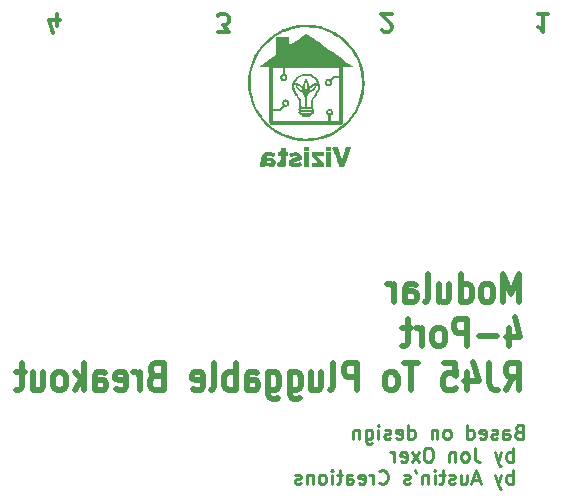
<source format=gbr>
%TF.GenerationSoftware,KiCad,Pcbnew,(6.0.9)*%
%TF.CreationDate,2024-02-02T01:57:23+05:30*%
%TF.ProjectId,RJ45-To-Terminal,524a3435-2d54-46f2-9d54-65726d696e61,2*%
%TF.SameCoordinates,Original*%
%TF.FileFunction,Legend,Bot*%
%TF.FilePolarity,Positive*%
%FSLAX46Y46*%
G04 Gerber Fmt 4.6, Leading zero omitted, Abs format (unit mm)*
G04 Created by KiCad (PCBNEW (6.0.9)) date 2024-02-02 01:57:23*
%MOMM*%
%LPD*%
G01*
G04 APERTURE LIST*
%ADD10C,0.300000*%
%ADD11C,0.476000*%
%ADD12C,0.241808*%
%ADD13C,2.200000*%
%ADD14C,2.000000*%
%ADD15C,3.250000*%
%ADD16C,1.500000*%
%ADD17C,2.600000*%
G04 APERTURE END LIST*
D10*
X122908400Y-45642228D02*
X123836971Y-45642228D01*
X123336971Y-45070800D01*
X123551257Y-45070800D01*
X123694114Y-44999371D01*
X123765542Y-44927942D01*
X123836971Y-44785085D01*
X123836971Y-44427942D01*
X123765542Y-44285085D01*
X123694114Y-44213657D01*
X123551257Y-44142228D01*
X123122685Y-44142228D01*
X122979828Y-44213657D01*
X122908400Y-44285085D01*
D11*
X148429209Y-68519653D02*
X148429209Y-66195653D01*
X147762542Y-67855653D01*
X147095876Y-66195653D01*
X147095876Y-68519653D01*
X145857780Y-68519653D02*
X146048257Y-68408986D01*
X146143495Y-68298320D01*
X146238733Y-68076986D01*
X146238733Y-67412986D01*
X146143495Y-67191653D01*
X146048257Y-67080986D01*
X145857780Y-66970320D01*
X145572066Y-66970320D01*
X145381590Y-67080986D01*
X145286352Y-67191653D01*
X145191114Y-67412986D01*
X145191114Y-68076986D01*
X145286352Y-68298320D01*
X145381590Y-68408986D01*
X145572066Y-68519653D01*
X145857780Y-68519653D01*
X143476828Y-68519653D02*
X143476828Y-66195653D01*
X143476828Y-68408986D02*
X143667304Y-68519653D01*
X144048257Y-68519653D01*
X144238733Y-68408986D01*
X144333971Y-68298320D01*
X144429209Y-68076986D01*
X144429209Y-67412986D01*
X144333971Y-67191653D01*
X144238733Y-67080986D01*
X144048257Y-66970320D01*
X143667304Y-66970320D01*
X143476828Y-67080986D01*
X141667304Y-66970320D02*
X141667304Y-68519653D01*
X142524447Y-66970320D02*
X142524447Y-68187653D01*
X142429209Y-68408986D01*
X142238733Y-68519653D01*
X141953019Y-68519653D01*
X141762542Y-68408986D01*
X141667304Y-68298320D01*
X140429209Y-68519653D02*
X140619685Y-68408986D01*
X140714923Y-68187653D01*
X140714923Y-66195653D01*
X138810161Y-68519653D02*
X138810161Y-67302320D01*
X138905400Y-67080986D01*
X139095876Y-66970320D01*
X139476828Y-66970320D01*
X139667304Y-67080986D01*
X138810161Y-68408986D02*
X139000638Y-68519653D01*
X139476828Y-68519653D01*
X139667304Y-68408986D01*
X139762542Y-68187653D01*
X139762542Y-67966320D01*
X139667304Y-67744986D01*
X139476828Y-67634320D01*
X139000638Y-67634320D01*
X138810161Y-67523653D01*
X137857780Y-68519653D02*
X137857780Y-66970320D01*
X137857780Y-67412986D02*
X137762542Y-67191653D01*
X137667304Y-67080986D01*
X137476828Y-66970320D01*
X137286352Y-66970320D01*
X147572066Y-70711960D02*
X147572066Y-72261293D01*
X148048257Y-69826626D02*
X148524447Y-71486626D01*
X147286352Y-71486626D01*
X146524447Y-71375960D02*
X145000638Y-71375960D01*
X144048257Y-72261293D02*
X144048257Y-69937293D01*
X143286352Y-69937293D01*
X143095876Y-70047960D01*
X143000638Y-70158626D01*
X142905400Y-70379960D01*
X142905400Y-70711960D01*
X143000638Y-70933293D01*
X143095876Y-71043960D01*
X143286352Y-71154626D01*
X144048257Y-71154626D01*
X141762542Y-72261293D02*
X141953019Y-72150626D01*
X142048257Y-72039960D01*
X142143495Y-71818626D01*
X142143495Y-71154626D01*
X142048257Y-70933293D01*
X141953019Y-70822626D01*
X141762542Y-70711960D01*
X141476828Y-70711960D01*
X141286352Y-70822626D01*
X141191114Y-70933293D01*
X141095876Y-71154626D01*
X141095876Y-71818626D01*
X141191114Y-72039960D01*
X141286352Y-72150626D01*
X141476828Y-72261293D01*
X141762542Y-72261293D01*
X140238733Y-72261293D02*
X140238733Y-70711960D01*
X140238733Y-71154626D02*
X140143495Y-70933293D01*
X140048257Y-70822626D01*
X139857780Y-70711960D01*
X139667304Y-70711960D01*
X139286352Y-70711960D02*
X138524447Y-70711960D01*
X139000638Y-69937293D02*
X139000638Y-71929293D01*
X138905400Y-72150626D01*
X138714923Y-72261293D01*
X138524447Y-72261293D01*
X147286352Y-76002933D02*
X147953019Y-74896266D01*
X148429209Y-76002933D02*
X148429209Y-73678933D01*
X147667304Y-73678933D01*
X147476828Y-73789600D01*
X147381590Y-73900266D01*
X147286352Y-74121600D01*
X147286352Y-74453600D01*
X147381590Y-74674933D01*
X147476828Y-74785600D01*
X147667304Y-74896266D01*
X148429209Y-74896266D01*
X145857780Y-73678933D02*
X145857780Y-75338933D01*
X145953019Y-75670933D01*
X146143495Y-75892266D01*
X146429209Y-76002933D01*
X146619685Y-76002933D01*
X144048257Y-74453600D02*
X144048257Y-76002933D01*
X144524447Y-73568266D02*
X145000638Y-75228266D01*
X143762542Y-75228266D01*
X142048257Y-73678933D02*
X143000638Y-73678933D01*
X143095876Y-74785600D01*
X143000638Y-74674933D01*
X142810161Y-74564266D01*
X142333971Y-74564266D01*
X142143495Y-74674933D01*
X142048257Y-74785600D01*
X141953019Y-75006933D01*
X141953019Y-75560266D01*
X142048257Y-75781600D01*
X142143495Y-75892266D01*
X142333971Y-76002933D01*
X142810161Y-76002933D01*
X143000638Y-75892266D01*
X143095876Y-75781600D01*
X139857780Y-73678933D02*
X138714923Y-73678933D01*
X139286352Y-76002933D02*
X139286352Y-73678933D01*
X137762542Y-76002933D02*
X137953019Y-75892266D01*
X138048257Y-75781600D01*
X138143495Y-75560266D01*
X138143495Y-74896266D01*
X138048257Y-74674933D01*
X137953019Y-74564266D01*
X137762542Y-74453600D01*
X137476828Y-74453600D01*
X137286352Y-74564266D01*
X137191114Y-74674933D01*
X137095876Y-74896266D01*
X137095876Y-75560266D01*
X137191114Y-75781600D01*
X137286352Y-75892266D01*
X137476828Y-76002933D01*
X137762542Y-76002933D01*
X134714923Y-76002933D02*
X134714923Y-73678933D01*
X133953019Y-73678933D01*
X133762542Y-73789600D01*
X133667304Y-73900266D01*
X133572066Y-74121600D01*
X133572066Y-74453600D01*
X133667304Y-74674933D01*
X133762542Y-74785600D01*
X133953019Y-74896266D01*
X134714923Y-74896266D01*
X132429209Y-76002933D02*
X132619685Y-75892266D01*
X132714923Y-75670933D01*
X132714923Y-73678933D01*
X130810161Y-74453600D02*
X130810161Y-76002933D01*
X131667304Y-74453600D02*
X131667304Y-75670933D01*
X131572066Y-75892266D01*
X131381590Y-76002933D01*
X131095876Y-76002933D01*
X130905400Y-75892266D01*
X130810161Y-75781600D01*
X129000638Y-74453600D02*
X129000638Y-76334933D01*
X129095876Y-76556266D01*
X129191114Y-76666933D01*
X129381590Y-76777600D01*
X129667304Y-76777600D01*
X129857780Y-76666933D01*
X129000638Y-75892266D02*
X129191114Y-76002933D01*
X129572066Y-76002933D01*
X129762542Y-75892266D01*
X129857780Y-75781600D01*
X129953019Y-75560266D01*
X129953019Y-74896266D01*
X129857780Y-74674933D01*
X129762542Y-74564266D01*
X129572066Y-74453600D01*
X129191114Y-74453600D01*
X129000638Y-74564266D01*
X127191114Y-74453600D02*
X127191114Y-76334933D01*
X127286352Y-76556266D01*
X127381590Y-76666933D01*
X127572066Y-76777600D01*
X127857780Y-76777600D01*
X128048257Y-76666933D01*
X127191114Y-75892266D02*
X127381590Y-76002933D01*
X127762542Y-76002933D01*
X127953019Y-75892266D01*
X128048257Y-75781600D01*
X128143495Y-75560266D01*
X128143495Y-74896266D01*
X128048257Y-74674933D01*
X127953019Y-74564266D01*
X127762542Y-74453600D01*
X127381590Y-74453600D01*
X127191114Y-74564266D01*
X125381590Y-76002933D02*
X125381590Y-74785600D01*
X125476828Y-74564266D01*
X125667304Y-74453600D01*
X126048257Y-74453600D01*
X126238733Y-74564266D01*
X125381590Y-75892266D02*
X125572066Y-76002933D01*
X126048257Y-76002933D01*
X126238733Y-75892266D01*
X126333971Y-75670933D01*
X126333971Y-75449600D01*
X126238733Y-75228266D01*
X126048257Y-75117600D01*
X125572066Y-75117600D01*
X125381590Y-75006933D01*
X124429209Y-76002933D02*
X124429209Y-73678933D01*
X124429209Y-74564266D02*
X124238733Y-74453600D01*
X123857780Y-74453600D01*
X123667304Y-74564266D01*
X123572066Y-74674933D01*
X123476828Y-74896266D01*
X123476828Y-75560266D01*
X123572066Y-75781600D01*
X123667304Y-75892266D01*
X123857780Y-76002933D01*
X124238733Y-76002933D01*
X124429209Y-75892266D01*
X122333971Y-76002933D02*
X122524447Y-75892266D01*
X122619685Y-75670933D01*
X122619685Y-73678933D01*
X120810161Y-75892266D02*
X121000638Y-76002933D01*
X121381590Y-76002933D01*
X121572066Y-75892266D01*
X121667304Y-75670933D01*
X121667304Y-74785600D01*
X121572066Y-74564266D01*
X121381590Y-74453600D01*
X121000638Y-74453600D01*
X120810161Y-74564266D01*
X120714923Y-74785600D01*
X120714923Y-75006933D01*
X121667304Y-75228266D01*
X117667304Y-74785600D02*
X117381590Y-74896266D01*
X117286352Y-75006933D01*
X117191114Y-75228266D01*
X117191114Y-75560266D01*
X117286352Y-75781600D01*
X117381590Y-75892266D01*
X117572066Y-76002933D01*
X118333971Y-76002933D01*
X118333971Y-73678933D01*
X117667304Y-73678933D01*
X117476828Y-73789600D01*
X117381590Y-73900266D01*
X117286352Y-74121600D01*
X117286352Y-74342933D01*
X117381590Y-74564266D01*
X117476828Y-74674933D01*
X117667304Y-74785600D01*
X118333971Y-74785600D01*
X116333971Y-76002933D02*
X116333971Y-74453600D01*
X116333971Y-74896266D02*
X116238733Y-74674933D01*
X116143495Y-74564266D01*
X115953019Y-74453600D01*
X115762542Y-74453600D01*
X114333971Y-75892266D02*
X114524447Y-76002933D01*
X114905400Y-76002933D01*
X115095876Y-75892266D01*
X115191114Y-75670933D01*
X115191114Y-74785600D01*
X115095876Y-74564266D01*
X114905400Y-74453600D01*
X114524447Y-74453600D01*
X114333971Y-74564266D01*
X114238733Y-74785600D01*
X114238733Y-75006933D01*
X115191114Y-75228266D01*
X112524447Y-76002933D02*
X112524447Y-74785600D01*
X112619685Y-74564266D01*
X112810161Y-74453600D01*
X113191114Y-74453600D01*
X113381590Y-74564266D01*
X112524447Y-75892266D02*
X112714923Y-76002933D01*
X113191114Y-76002933D01*
X113381590Y-75892266D01*
X113476828Y-75670933D01*
X113476828Y-75449600D01*
X113381590Y-75228266D01*
X113191114Y-75117600D01*
X112714923Y-75117600D01*
X112524447Y-75006933D01*
X111572066Y-76002933D02*
X111572066Y-73678933D01*
X111381590Y-75117600D02*
X110810161Y-76002933D01*
X110810161Y-74453600D02*
X111572066Y-75338933D01*
X109667304Y-76002933D02*
X109857780Y-75892266D01*
X109953019Y-75781600D01*
X110048257Y-75560266D01*
X110048257Y-74896266D01*
X109953019Y-74674933D01*
X109857780Y-74564266D01*
X109667304Y-74453600D01*
X109381590Y-74453600D01*
X109191114Y-74564266D01*
X109095876Y-74674933D01*
X109000638Y-74896266D01*
X109000638Y-75560266D01*
X109095876Y-75781600D01*
X109191114Y-75892266D01*
X109381590Y-76002933D01*
X109667304Y-76002933D01*
X107286352Y-74453600D02*
X107286352Y-76002933D01*
X108143495Y-74453600D02*
X108143495Y-75670933D01*
X108048257Y-75892266D01*
X107857780Y-76002933D01*
X107572066Y-76002933D01*
X107381590Y-75892266D01*
X107286352Y-75781600D01*
X106619685Y-74453600D02*
X105857780Y-74453600D01*
X106333971Y-73678933D02*
X106333971Y-75670933D01*
X106238733Y-75892266D01*
X106048257Y-76002933D01*
X105857780Y-76002933D01*
D10*
X150887971Y-44142228D02*
X150030828Y-44142228D01*
X150459400Y-44142228D02*
X150459400Y-45642228D01*
X150316542Y-45427942D01*
X150173685Y-45285085D01*
X150030828Y-45213657D01*
X109343114Y-45142228D02*
X109343114Y-44142228D01*
X108985971Y-45713657D02*
X108628828Y-44642228D01*
X109557400Y-44642228D01*
X136822828Y-45499371D02*
X136894257Y-45570800D01*
X137037114Y-45642228D01*
X137394257Y-45642228D01*
X137537114Y-45570800D01*
X137608542Y-45499371D01*
X137679971Y-45356514D01*
X137679971Y-45213657D01*
X137608542Y-44999371D01*
X136751400Y-44142228D01*
X137679971Y-44142228D01*
D12*
X148383000Y-79511470D02*
X148214344Y-79567688D01*
X148158126Y-79623907D01*
X148101907Y-79736344D01*
X148101907Y-79905000D01*
X148158126Y-80017438D01*
X148214344Y-80073656D01*
X148326782Y-80129875D01*
X148776531Y-80129875D01*
X148776531Y-78949283D01*
X148383000Y-78949283D01*
X148270563Y-79005502D01*
X148214344Y-79061720D01*
X148158126Y-79174158D01*
X148158126Y-79286595D01*
X148214344Y-79399032D01*
X148270563Y-79455251D01*
X148383000Y-79511470D01*
X148776531Y-79511470D01*
X147089971Y-80129875D02*
X147089971Y-79511470D01*
X147146190Y-79399032D01*
X147258627Y-79342814D01*
X147483502Y-79342814D01*
X147595939Y-79399032D01*
X147089971Y-80073656D02*
X147202408Y-80129875D01*
X147483502Y-80129875D01*
X147595939Y-80073656D01*
X147652158Y-79961219D01*
X147652158Y-79848782D01*
X147595939Y-79736344D01*
X147483502Y-79680126D01*
X147202408Y-79680126D01*
X147089971Y-79623907D01*
X146584003Y-80073656D02*
X146471566Y-80129875D01*
X146246691Y-80129875D01*
X146134254Y-80073656D01*
X146078035Y-79961219D01*
X146078035Y-79905000D01*
X146134254Y-79792563D01*
X146246691Y-79736344D01*
X146415347Y-79736344D01*
X146527784Y-79680126D01*
X146584003Y-79567688D01*
X146584003Y-79511470D01*
X146527784Y-79399032D01*
X146415347Y-79342814D01*
X146246691Y-79342814D01*
X146134254Y-79399032D01*
X145122318Y-80073656D02*
X145234755Y-80129875D01*
X145459630Y-80129875D01*
X145572067Y-80073656D01*
X145628286Y-79961219D01*
X145628286Y-79511470D01*
X145572067Y-79399032D01*
X145459630Y-79342814D01*
X145234755Y-79342814D01*
X145122318Y-79399032D01*
X145066099Y-79511470D01*
X145066099Y-79623907D01*
X145628286Y-79736344D01*
X144054163Y-80129875D02*
X144054163Y-78949283D01*
X144054163Y-80073656D02*
X144166600Y-80129875D01*
X144391475Y-80129875D01*
X144503912Y-80073656D01*
X144560131Y-80017438D01*
X144616350Y-79905000D01*
X144616350Y-79567688D01*
X144560131Y-79455251D01*
X144503912Y-79399032D01*
X144391475Y-79342814D01*
X144166600Y-79342814D01*
X144054163Y-79399032D01*
X142423822Y-80129875D02*
X142536259Y-80073656D01*
X142592478Y-80017438D01*
X142648696Y-79905000D01*
X142648696Y-79567688D01*
X142592478Y-79455251D01*
X142536259Y-79399032D01*
X142423822Y-79342814D01*
X142255166Y-79342814D01*
X142142728Y-79399032D01*
X142086510Y-79455251D01*
X142030291Y-79567688D01*
X142030291Y-79905000D01*
X142086510Y-80017438D01*
X142142728Y-80073656D01*
X142255166Y-80129875D01*
X142423822Y-80129875D01*
X141524323Y-79342814D02*
X141524323Y-80129875D01*
X141524323Y-79455251D02*
X141468104Y-79399032D01*
X141355667Y-79342814D01*
X141187011Y-79342814D01*
X141074574Y-79399032D01*
X141018355Y-79511470D01*
X141018355Y-80129875D01*
X139050702Y-80129875D02*
X139050702Y-78949283D01*
X139050702Y-80073656D02*
X139163139Y-80129875D01*
X139388014Y-80129875D01*
X139500451Y-80073656D01*
X139556670Y-80017438D01*
X139612888Y-79905000D01*
X139612888Y-79567688D01*
X139556670Y-79455251D01*
X139500451Y-79399032D01*
X139388014Y-79342814D01*
X139163139Y-79342814D01*
X139050702Y-79399032D01*
X138038766Y-80073656D02*
X138151203Y-80129875D01*
X138376078Y-80129875D01*
X138488515Y-80073656D01*
X138544734Y-79961219D01*
X138544734Y-79511470D01*
X138488515Y-79399032D01*
X138376078Y-79342814D01*
X138151203Y-79342814D01*
X138038766Y-79399032D01*
X137982547Y-79511470D01*
X137982547Y-79623907D01*
X138544734Y-79736344D01*
X137532798Y-80073656D02*
X137420360Y-80129875D01*
X137195486Y-80129875D01*
X137083048Y-80073656D01*
X137026830Y-79961219D01*
X137026830Y-79905000D01*
X137083048Y-79792563D01*
X137195486Y-79736344D01*
X137364142Y-79736344D01*
X137476579Y-79680126D01*
X137532798Y-79567688D01*
X137532798Y-79511470D01*
X137476579Y-79399032D01*
X137364142Y-79342814D01*
X137195486Y-79342814D01*
X137083048Y-79399032D01*
X136520862Y-80129875D02*
X136520862Y-79342814D01*
X136520862Y-78949283D02*
X136577080Y-79005502D01*
X136520862Y-79061720D01*
X136464643Y-79005502D01*
X136520862Y-78949283D01*
X136520862Y-79061720D01*
X135452707Y-79342814D02*
X135452707Y-80298531D01*
X135508926Y-80410968D01*
X135565144Y-80467187D01*
X135677582Y-80523406D01*
X135846238Y-80523406D01*
X135958675Y-80467187D01*
X135452707Y-80073656D02*
X135565144Y-80129875D01*
X135790019Y-80129875D01*
X135902456Y-80073656D01*
X135958675Y-80017438D01*
X136014894Y-79905000D01*
X136014894Y-79567688D01*
X135958675Y-79455251D01*
X135902456Y-79399032D01*
X135790019Y-79342814D01*
X135565144Y-79342814D01*
X135452707Y-79399032D01*
X134890520Y-79342814D02*
X134890520Y-80129875D01*
X134890520Y-79455251D02*
X134834302Y-79399032D01*
X134721864Y-79342814D01*
X134553208Y-79342814D01*
X134440771Y-79399032D01*
X134384552Y-79511470D01*
X134384552Y-80129875D01*
X147877032Y-82030628D02*
X147877032Y-80850036D01*
X147877032Y-81299785D02*
X147764595Y-81243567D01*
X147539720Y-81243567D01*
X147427283Y-81299785D01*
X147371064Y-81356004D01*
X147314846Y-81468441D01*
X147314846Y-81805753D01*
X147371064Y-81918191D01*
X147427283Y-81974409D01*
X147539720Y-82030628D01*
X147764595Y-82030628D01*
X147877032Y-81974409D01*
X146921315Y-81243567D02*
X146640222Y-82030628D01*
X146359128Y-81243567D02*
X146640222Y-82030628D01*
X146752659Y-82311721D01*
X146808878Y-82367940D01*
X146921315Y-82424159D01*
X144672568Y-80850036D02*
X144672568Y-81693316D01*
X144728787Y-81861972D01*
X144841224Y-81974409D01*
X145009880Y-82030628D01*
X145122318Y-82030628D01*
X143941726Y-82030628D02*
X144054163Y-81974409D01*
X144110382Y-81918191D01*
X144166600Y-81805753D01*
X144166600Y-81468441D01*
X144110382Y-81356004D01*
X144054163Y-81299785D01*
X143941726Y-81243567D01*
X143773070Y-81243567D01*
X143660632Y-81299785D01*
X143604414Y-81356004D01*
X143548195Y-81468441D01*
X143548195Y-81805753D01*
X143604414Y-81918191D01*
X143660632Y-81974409D01*
X143773070Y-82030628D01*
X143941726Y-82030628D01*
X143042227Y-81243567D02*
X143042227Y-82030628D01*
X143042227Y-81356004D02*
X142986008Y-81299785D01*
X142873571Y-81243567D01*
X142704915Y-81243567D01*
X142592478Y-81299785D01*
X142536259Y-81412223D01*
X142536259Y-82030628D01*
X140849699Y-80850036D02*
X140624824Y-80850036D01*
X140512387Y-80906255D01*
X140399950Y-81018692D01*
X140343731Y-81243567D01*
X140343731Y-81637097D01*
X140399950Y-81861972D01*
X140512387Y-81974409D01*
X140624824Y-82030628D01*
X140849699Y-82030628D01*
X140962136Y-81974409D01*
X141074574Y-81861972D01*
X141130792Y-81637097D01*
X141130792Y-81243567D01*
X141074574Y-81018692D01*
X140962136Y-80906255D01*
X140849699Y-80850036D01*
X139950200Y-82030628D02*
X139331795Y-81243567D01*
X139950200Y-81243567D02*
X139331795Y-82030628D01*
X138432296Y-81974409D02*
X138544734Y-82030628D01*
X138769608Y-82030628D01*
X138882046Y-81974409D01*
X138938264Y-81861972D01*
X138938264Y-81412223D01*
X138882046Y-81299785D01*
X138769608Y-81243567D01*
X138544734Y-81243567D01*
X138432296Y-81299785D01*
X138376078Y-81412223D01*
X138376078Y-81524660D01*
X138938264Y-81637097D01*
X137870110Y-82030628D02*
X137870110Y-81243567D01*
X137870110Y-81468441D02*
X137813891Y-81356004D01*
X137757672Y-81299785D01*
X137645235Y-81243567D01*
X137532798Y-81243567D01*
X147877032Y-83931381D02*
X147877032Y-82750789D01*
X147877032Y-83200538D02*
X147764595Y-83144320D01*
X147539720Y-83144320D01*
X147427283Y-83200538D01*
X147371064Y-83256757D01*
X147314846Y-83369194D01*
X147314846Y-83706506D01*
X147371064Y-83818944D01*
X147427283Y-83875162D01*
X147539720Y-83931381D01*
X147764595Y-83931381D01*
X147877032Y-83875162D01*
X146921315Y-83144320D02*
X146640222Y-83931381D01*
X146359128Y-83144320D02*
X146640222Y-83931381D01*
X146752659Y-84212474D01*
X146808878Y-84268693D01*
X146921315Y-84324912D01*
X145066099Y-83594069D02*
X144503912Y-83594069D01*
X145178536Y-83931381D02*
X144785006Y-82750789D01*
X144391475Y-83931381D01*
X143491976Y-83144320D02*
X143491976Y-83931381D01*
X143997944Y-83144320D02*
X143997944Y-83762725D01*
X143941726Y-83875162D01*
X143829288Y-83931381D01*
X143660632Y-83931381D01*
X143548195Y-83875162D01*
X143491976Y-83818944D01*
X142986008Y-83875162D02*
X142873571Y-83931381D01*
X142648696Y-83931381D01*
X142536259Y-83875162D01*
X142480040Y-83762725D01*
X142480040Y-83706506D01*
X142536259Y-83594069D01*
X142648696Y-83537850D01*
X142817352Y-83537850D01*
X142929790Y-83481632D01*
X142986008Y-83369194D01*
X142986008Y-83312976D01*
X142929790Y-83200538D01*
X142817352Y-83144320D01*
X142648696Y-83144320D01*
X142536259Y-83200538D01*
X142142728Y-83144320D02*
X141692979Y-83144320D01*
X141974072Y-82750789D02*
X141974072Y-83762725D01*
X141917854Y-83875162D01*
X141805416Y-83931381D01*
X141692979Y-83931381D01*
X141299448Y-83931381D02*
X141299448Y-83144320D01*
X141299448Y-82750789D02*
X141355667Y-82807008D01*
X141299448Y-82863226D01*
X141243230Y-82807008D01*
X141299448Y-82750789D01*
X141299448Y-82863226D01*
X140737262Y-83144320D02*
X140737262Y-83931381D01*
X140737262Y-83256757D02*
X140681043Y-83200538D01*
X140568606Y-83144320D01*
X140399950Y-83144320D01*
X140287512Y-83200538D01*
X140231294Y-83312976D01*
X140231294Y-83931381D01*
X139612888Y-82750789D02*
X139725326Y-82975664D01*
X139163139Y-83875162D02*
X139050702Y-83931381D01*
X138825827Y-83931381D01*
X138713390Y-83875162D01*
X138657171Y-83762725D01*
X138657171Y-83706506D01*
X138713390Y-83594069D01*
X138825827Y-83537850D01*
X138994483Y-83537850D01*
X139106920Y-83481632D01*
X139163139Y-83369194D01*
X139163139Y-83312976D01*
X139106920Y-83200538D01*
X138994483Y-83144320D01*
X138825827Y-83144320D01*
X138713390Y-83200538D01*
X136577080Y-83818944D02*
X136633299Y-83875162D01*
X136801955Y-83931381D01*
X136914392Y-83931381D01*
X137083048Y-83875162D01*
X137195486Y-83762725D01*
X137251704Y-83650288D01*
X137307923Y-83425413D01*
X137307923Y-83256757D01*
X137251704Y-83031882D01*
X137195486Y-82919445D01*
X137083048Y-82807008D01*
X136914392Y-82750789D01*
X136801955Y-82750789D01*
X136633299Y-82807008D01*
X136577080Y-82863226D01*
X136071112Y-83931381D02*
X136071112Y-83144320D01*
X136071112Y-83369194D02*
X136014894Y-83256757D01*
X135958675Y-83200538D01*
X135846238Y-83144320D01*
X135733800Y-83144320D01*
X134890520Y-83875162D02*
X135002958Y-83931381D01*
X135227832Y-83931381D01*
X135340270Y-83875162D01*
X135396488Y-83762725D01*
X135396488Y-83312976D01*
X135340270Y-83200538D01*
X135227832Y-83144320D01*
X135002958Y-83144320D01*
X134890520Y-83200538D01*
X134834302Y-83312976D01*
X134834302Y-83425413D01*
X135396488Y-83537850D01*
X133822366Y-83931381D02*
X133822366Y-83312976D01*
X133878584Y-83200538D01*
X133991022Y-83144320D01*
X134215896Y-83144320D01*
X134328334Y-83200538D01*
X133822366Y-83875162D02*
X133934803Y-83931381D01*
X134215896Y-83931381D01*
X134328334Y-83875162D01*
X134384552Y-83762725D01*
X134384552Y-83650288D01*
X134328334Y-83537850D01*
X134215896Y-83481632D01*
X133934803Y-83481632D01*
X133822366Y-83425413D01*
X133428835Y-83144320D02*
X132979086Y-83144320D01*
X133260179Y-82750789D02*
X133260179Y-83762725D01*
X133203960Y-83875162D01*
X133091523Y-83931381D01*
X132979086Y-83931381D01*
X132585555Y-83931381D02*
X132585555Y-83144320D01*
X132585555Y-82750789D02*
X132641774Y-82807008D01*
X132585555Y-82863226D01*
X132529336Y-82807008D01*
X132585555Y-82750789D01*
X132585555Y-82863226D01*
X131854712Y-83931381D02*
X131967150Y-83875162D01*
X132023368Y-83818944D01*
X132079587Y-83706506D01*
X132079587Y-83369194D01*
X132023368Y-83256757D01*
X131967150Y-83200538D01*
X131854712Y-83144320D01*
X131686056Y-83144320D01*
X131573619Y-83200538D01*
X131517400Y-83256757D01*
X131461182Y-83369194D01*
X131461182Y-83706506D01*
X131517400Y-83818944D01*
X131573619Y-83875162D01*
X131686056Y-83931381D01*
X131854712Y-83931381D01*
X130955214Y-83144320D02*
X130955214Y-83931381D01*
X130955214Y-83256757D02*
X130898995Y-83200538D01*
X130786558Y-83144320D01*
X130617902Y-83144320D01*
X130505464Y-83200538D01*
X130449246Y-83312976D01*
X130449246Y-83931381D01*
X129943278Y-83875162D02*
X129830840Y-83931381D01*
X129605966Y-83931381D01*
X129493528Y-83875162D01*
X129437310Y-83762725D01*
X129437310Y-83706506D01*
X129493528Y-83594069D01*
X129605966Y-83537850D01*
X129774622Y-83537850D01*
X129887059Y-83481632D01*
X129943278Y-83369194D01*
X129943278Y-83312976D01*
X129887059Y-83200538D01*
X129774622Y-83144320D01*
X129605966Y-83144320D01*
X129493528Y-83200538D01*
%TO.C,G\u002A\u002A\u002A*%
G36*
X133475699Y-53474296D02*
G01*
X133416159Y-53533835D01*
X130425459Y-53533535D01*
X130015248Y-53533433D01*
X129628464Y-53533193D01*
X129279130Y-53532803D01*
X128965569Y-53532249D01*
X128686108Y-53531515D01*
X128439073Y-53530588D01*
X128222790Y-53529454D01*
X128035585Y-53528098D01*
X127875782Y-53526505D01*
X127741710Y-53524662D01*
X127631692Y-53522554D01*
X127544055Y-53520168D01*
X127477125Y-53517487D01*
X127429228Y-53514499D01*
X127398690Y-53511189D01*
X127383836Y-53507543D01*
X127380045Y-53505475D01*
X127338908Y-53466263D01*
X127308602Y-53411091D01*
X127308416Y-53410530D01*
X127304443Y-53387508D01*
X127300872Y-53343496D01*
X127297685Y-53276848D01*
X127294916Y-53187564D01*
X127627436Y-53187564D01*
X132292737Y-53187564D01*
X132291952Y-52968599D01*
X132291168Y-52749633D01*
X132227456Y-52708895D01*
X132215913Y-52701322D01*
X132136576Y-52631316D01*
X132092492Y-52548425D01*
X132078864Y-52444100D01*
X132079143Y-52428343D01*
X132254107Y-52428343D01*
X132259320Y-52491705D01*
X132287645Y-52539691D01*
X132313768Y-52559258D01*
X132353844Y-52580910D01*
X132359286Y-52582419D01*
X132409132Y-52579653D01*
X132463833Y-52559415D01*
X132500631Y-52529653D01*
X132507934Y-52514732D01*
X132516524Y-52455388D01*
X132506252Y-52391878D01*
X132479545Y-52345412D01*
X132463662Y-52333642D01*
X132402408Y-52314000D01*
X132336921Y-52319216D01*
X132285710Y-52348952D01*
X132272191Y-52367902D01*
X132254107Y-52428343D01*
X132079143Y-52428343D01*
X132079202Y-52424977D01*
X132095362Y-52330689D01*
X132140024Y-52252924D01*
X132219106Y-52180563D01*
X132223184Y-52177630D01*
X132297248Y-52146631D01*
X132387881Y-52136909D01*
X132478105Y-52148436D01*
X132550947Y-52181177D01*
X132627452Y-52254610D01*
X132680989Y-52345334D01*
X132700115Y-52439247D01*
X132699032Y-52455388D01*
X132697843Y-52473098D01*
X132669686Y-52568389D01*
X132615856Y-52652755D01*
X132544555Y-52711824D01*
X132476057Y-52748713D01*
X132476057Y-53187564D01*
X133188968Y-53187564D01*
X133188968Y-49521165D01*
X132813240Y-49521165D01*
X132686473Y-49646805D01*
X132559705Y-49772446D01*
X132571378Y-49897449D01*
X132573406Y-49930518D01*
X132571377Y-49948912D01*
X132560450Y-50047971D01*
X132515849Y-50143542D01*
X132441809Y-50213809D01*
X132340536Y-50255352D01*
X132311368Y-50260764D01*
X132206599Y-50258696D01*
X132115951Y-50225195D01*
X132042830Y-50166693D01*
X131990638Y-50089615D01*
X131962779Y-50000393D01*
X131962679Y-49921544D01*
X132133838Y-49921544D01*
X132136637Y-49986419D01*
X132176929Y-50047205D01*
X132222445Y-50077940D01*
X132269515Y-50091494D01*
X132304706Y-50082940D01*
X132356592Y-50048007D01*
X132398021Y-49998743D01*
X132414950Y-49948912D01*
X132405312Y-49913257D01*
X132370307Y-49863289D01*
X132322620Y-49822928D01*
X132276041Y-49806329D01*
X132275319Y-49806336D01*
X132232230Y-49818987D01*
X132183455Y-49848545D01*
X132168218Y-49862120D01*
X132133838Y-49921544D01*
X131962679Y-49921544D01*
X131962659Y-49905453D01*
X131993681Y-49811226D01*
X132059250Y-49724139D01*
X132079317Y-49705049D01*
X132115418Y-49676297D01*
X132152838Y-49660754D01*
X132204713Y-49654240D01*
X132284183Y-49652574D01*
X132436284Y-49651585D01*
X132583955Y-49504899D01*
X132731626Y-49358214D01*
X133188968Y-49358214D01*
X133188968Y-48685866D01*
X130892376Y-48691045D01*
X128595784Y-48696225D01*
X128590074Y-48944696D01*
X128588201Y-49035891D01*
X128588031Y-49111350D01*
X128591099Y-49159797D01*
X128598514Y-49188632D01*
X128611383Y-49205258D01*
X128630811Y-49217073D01*
X128699386Y-49261828D01*
X128771682Y-49342589D01*
X128811918Y-49436327D01*
X128816526Y-49503650D01*
X128818729Y-49535830D01*
X128790750Y-49633887D01*
X128726615Y-49723287D01*
X128673254Y-49766823D01*
X128575839Y-49808953D01*
X128473056Y-49814717D01*
X128372773Y-49784215D01*
X128282860Y-49717551D01*
X128244938Y-49670481D01*
X128202586Y-49574473D01*
X128196539Y-49497123D01*
X128361542Y-49497123D01*
X128361549Y-49497845D01*
X128374200Y-49540934D01*
X128403758Y-49589709D01*
X128417333Y-49604946D01*
X128476757Y-49639326D01*
X128541632Y-49636527D01*
X128602418Y-49596235D01*
X128633153Y-49550719D01*
X128646707Y-49503650D01*
X128638153Y-49468458D01*
X128603220Y-49416572D01*
X128553955Y-49375144D01*
X128504124Y-49358214D01*
X128468470Y-49367852D01*
X128418502Y-49402857D01*
X128378141Y-49450544D01*
X128361542Y-49497123D01*
X128196539Y-49497123D01*
X128194692Y-49473490D01*
X128219876Y-49375920D01*
X128276759Y-49290149D01*
X128363961Y-49224565D01*
X128423889Y-49193575D01*
X128418177Y-48944900D01*
X128412464Y-48696225D01*
X127638447Y-48696225D01*
X127638447Y-52158936D01*
X127870516Y-52164722D01*
X128102586Y-52170509D01*
X128402944Y-51870151D01*
X128370705Y-51792992D01*
X128349623Y-51701966D01*
X128354080Y-51662564D01*
X128527503Y-51662564D01*
X128529847Y-51723820D01*
X128565231Y-51782111D01*
X128574937Y-51790986D01*
X128637374Y-51820656D01*
X128703520Y-51817293D01*
X128761304Y-51783924D01*
X128798658Y-51723574D01*
X128800480Y-51716929D01*
X128797412Y-51654786D01*
X128767169Y-51595849D01*
X128718540Y-51558260D01*
X128658892Y-51548357D01*
X128598008Y-51566098D01*
X128552217Y-51607079D01*
X128527503Y-51662564D01*
X128354080Y-51662564D01*
X128360684Y-51604173D01*
X128402193Y-51515049D01*
X128469000Y-51442098D01*
X128555951Y-51392825D01*
X128657893Y-51374733D01*
X128751752Y-51389219D01*
X128849577Y-51439360D01*
X128926047Y-51520251D01*
X128928036Y-51523270D01*
X128958722Y-51579132D01*
X128970705Y-51633479D01*
X128968688Y-51706900D01*
X128967598Y-51716929D01*
X128965468Y-51736534D01*
X128937895Y-51834979D01*
X128882336Y-51909137D01*
X128792982Y-51967629D01*
X128776380Y-51975528D01*
X128698575Y-52000170D01*
X128619846Y-51999452D01*
X128587548Y-51995692D01*
X128556636Y-51997140D01*
X128526441Y-52009250D01*
X128489574Y-52036547D01*
X128438645Y-52083560D01*
X128366265Y-52154817D01*
X128197852Y-52321887D01*
X127918149Y-52332071D01*
X127638447Y-52342256D01*
X127632941Y-52764910D01*
X127627436Y-53187564D01*
X127294916Y-53187564D01*
X127294865Y-53185920D01*
X127292395Y-53069066D01*
X127290258Y-52924639D01*
X127288436Y-52750995D01*
X127286911Y-52546487D01*
X127285666Y-52309470D01*
X127284684Y-52038298D01*
X127283948Y-51731326D01*
X127283439Y-51386908D01*
X127283141Y-51003399D01*
X127281991Y-48666466D01*
X126840603Y-48660977D01*
X126399214Y-48655487D01*
X126978093Y-48239725D01*
X127075035Y-48170120D01*
X127215576Y-48069283D01*
X127348613Y-47973911D01*
X127469032Y-47887665D01*
X127571718Y-47814209D01*
X127651555Y-47757206D01*
X127703429Y-47720319D01*
X127849886Y-47616674D01*
X127862504Y-46129746D01*
X128962424Y-46129746D01*
X128972609Y-46468310D01*
X128982793Y-46806874D01*
X129685520Y-46301443D01*
X129768409Y-46241994D01*
X129913973Y-46138439D01*
X130048241Y-46043981D01*
X130167604Y-45961098D01*
X130268453Y-45892265D01*
X130347179Y-45839960D01*
X130400174Y-45806658D01*
X130423827Y-45794835D01*
X130425861Y-45795304D01*
X130454742Y-45811418D01*
X130513110Y-45848994D01*
X130598061Y-45906016D01*
X130706690Y-45980471D01*
X130836094Y-46070344D01*
X130983369Y-46173621D01*
X131145611Y-46288287D01*
X131319915Y-46412327D01*
X131503378Y-46543727D01*
X131623596Y-46630099D01*
X132004510Y-46903745D01*
X132358676Y-47158133D01*
X132685517Y-47392850D01*
X132984461Y-47607484D01*
X133254932Y-47801624D01*
X133496356Y-47974856D01*
X133708158Y-48126770D01*
X133889764Y-48256952D01*
X134040600Y-48364991D01*
X134160091Y-48450474D01*
X134247662Y-48512989D01*
X134302740Y-48552125D01*
X134448990Y-48655487D01*
X133992115Y-48660962D01*
X133535239Y-48666437D01*
X133535239Y-53414756D01*
X133475699Y-53474296D01*
G37*
G36*
X127842508Y-56782779D02*
G01*
X127804526Y-56887929D01*
X127735377Y-56979712D01*
X127638226Y-57052371D01*
X127516233Y-57100151D01*
X127425418Y-57109436D01*
X127306284Y-57091743D01*
X127185470Y-57045909D01*
X127074232Y-56975118D01*
X126998870Y-56914793D01*
X126965866Y-56984343D01*
X126929225Y-57037053D01*
X126868092Y-57081234D01*
X126850336Y-57087058D01*
X126789152Y-57097521D01*
X126712312Y-57103101D01*
X126633805Y-57103528D01*
X126567619Y-57098530D01*
X126527743Y-57087835D01*
X126523576Y-57081152D01*
X126515580Y-57041409D01*
X126510043Y-56975379D01*
X126507974Y-56892995D01*
X126508472Y-56813356D01*
X126511447Y-56755261D01*
X126518976Y-56721471D01*
X126533130Y-56703315D01*
X126555984Y-56692120D01*
X126568024Y-56687056D01*
X126585124Y-56674330D01*
X126596535Y-56651035D01*
X126600879Y-56626993D01*
X127078614Y-56626993D01*
X127080968Y-56662047D01*
X127102011Y-56711701D01*
X127153347Y-56749070D01*
X127202667Y-56766164D01*
X127275563Y-56772339D01*
X127343848Y-56761707D01*
X127390863Y-56735239D01*
X127419187Y-56688892D01*
X127419748Y-56635751D01*
X127387633Y-56590933D01*
X127327227Y-56559979D01*
X127242919Y-56548430D01*
X127163624Y-56551361D01*
X127111379Y-56563118D01*
X127085457Y-56587174D01*
X127078614Y-56626993D01*
X126600879Y-56626993D01*
X126604015Y-56609635D01*
X126609321Y-56542592D01*
X126614209Y-56442371D01*
X126623560Y-56320461D01*
X126650644Y-56175384D01*
X126696159Y-56061427D01*
X126762677Y-55974404D01*
X126852768Y-55910125D01*
X126969003Y-55864403D01*
X126977390Y-55862061D01*
X127090722Y-55842865D01*
X127225742Y-55837082D01*
X127367268Y-55844026D01*
X127500118Y-55863009D01*
X127609112Y-55893346D01*
X127662721Y-55914360D01*
X127730013Y-55944302D01*
X127766242Y-55972219D01*
X127775766Y-56006365D01*
X127762943Y-56054993D01*
X127732130Y-56126359D01*
X127727455Y-56136723D01*
X127697327Y-56200867D01*
X127674014Y-56246127D01*
X127662233Y-56263266D01*
X127649827Y-56258241D01*
X127610168Y-56237895D01*
X127554445Y-56207252D01*
X127504893Y-56181610D01*
X127449545Y-56162467D01*
X127385044Y-56153477D01*
X127295667Y-56151237D01*
X127250714Y-56151939D01*
X127166306Y-56160736D01*
X127113425Y-56182390D01*
X127086085Y-56220401D01*
X127078302Y-56278266D01*
X127078356Y-56285059D01*
X127083475Y-56311639D01*
X127105098Y-56318404D01*
X127154686Y-56310137D01*
X127222109Y-56299938D01*
X127349791Y-56297116D01*
X127474904Y-56312181D01*
X127579815Y-56343738D01*
X127586156Y-56346568D01*
X127688381Y-56403171D01*
X127760808Y-56470674D01*
X127813822Y-56558615D01*
X127836214Y-56635751D01*
X127846161Y-56670017D01*
X127842508Y-56782779D01*
G37*
G36*
X132516795Y-56463560D02*
G01*
X132516743Y-56515320D01*
X132515992Y-56664983D01*
X132514438Y-56799657D01*
X132512198Y-56914194D01*
X132509391Y-57003443D01*
X132506135Y-57062255D01*
X132502548Y-57085479D01*
X132489994Y-57089295D01*
X132443173Y-57093379D01*
X132371235Y-57095058D01*
X132283582Y-57093966D01*
X132078864Y-57088206D01*
X132068082Y-55855888D01*
X132516795Y-55855888D01*
X132516795Y-56463560D01*
G37*
G36*
X131881159Y-56003563D02*
G01*
X131875175Y-56151237D01*
X131615028Y-56156941D01*
X131354882Y-56162645D01*
X131630305Y-56489024D01*
X131905728Y-56815402D01*
X131905728Y-56943317D01*
X131904120Y-57004415D01*
X131899080Y-57058893D01*
X131891801Y-57085159D01*
X131878025Y-57087928D01*
X131828092Y-57090986D01*
X131747365Y-57093181D01*
X131641551Y-57094418D01*
X131516356Y-57094605D01*
X131377487Y-57093646D01*
X130877100Y-57088206D01*
X130871150Y-56930347D01*
X130865201Y-56772488D01*
X131141038Y-56772488D01*
X131170024Y-56772433D01*
X131266906Y-56771375D01*
X131345282Y-56769180D01*
X131397742Y-56766115D01*
X131416875Y-56762452D01*
X131416305Y-56761116D01*
X131398775Y-56737319D01*
X131359653Y-56688281D01*
X131302874Y-56618824D01*
X131232371Y-56533769D01*
X131152079Y-56437938D01*
X130887284Y-56123459D01*
X130887284Y-55855888D01*
X131887144Y-55855888D01*
X131881159Y-56003563D01*
G37*
G36*
X130683595Y-56463560D02*
G01*
X130683544Y-56515320D01*
X130682793Y-56664983D01*
X130681238Y-56799657D01*
X130678999Y-56914194D01*
X130676192Y-57003443D01*
X130672936Y-57062255D01*
X130669348Y-57085479D01*
X130656795Y-57089295D01*
X130609974Y-57093379D01*
X130538035Y-57095058D01*
X130450383Y-57093966D01*
X130245664Y-57088206D01*
X130234882Y-55855888D01*
X130683595Y-55855888D01*
X130683595Y-56463560D01*
G37*
G36*
X135276909Y-50824722D02*
G01*
X135183573Y-51243118D01*
X135054540Y-51653415D01*
X134891746Y-52050962D01*
X134697127Y-52431112D01*
X134472618Y-52789215D01*
X134220155Y-53120621D01*
X134213506Y-53128507D01*
X134095916Y-53260631D01*
X133958519Y-53403817D01*
X133810315Y-53549447D01*
X133660300Y-53688904D01*
X133517472Y-53813574D01*
X133390828Y-53914837D01*
X133298504Y-53982546D01*
X132919932Y-54229415D01*
X132525523Y-54438768D01*
X132115582Y-54610491D01*
X131690415Y-54744468D01*
X131250328Y-54840583D01*
X130795624Y-54898720D01*
X130771117Y-54900675D01*
X130552513Y-54909684D01*
X130309234Y-54906968D01*
X130053773Y-54893404D01*
X129798625Y-54869870D01*
X129556285Y-54837243D01*
X129339249Y-54796402D01*
X129032857Y-54717447D01*
X128618124Y-54575370D01*
X128219583Y-54397591D01*
X127839376Y-54185897D01*
X127479642Y-53942070D01*
X127142523Y-53667898D01*
X126830160Y-53365165D01*
X126544692Y-53035656D01*
X126288262Y-52681156D01*
X126063009Y-52303451D01*
X125871074Y-51904325D01*
X125807009Y-51747711D01*
X125697072Y-51435496D01*
X125612887Y-51124143D01*
X125552504Y-50804295D01*
X125513972Y-50466592D01*
X125495341Y-50101678D01*
X125493493Y-49978024D01*
X125494249Y-49953308D01*
X125708983Y-49953308D01*
X125714486Y-50236230D01*
X125733305Y-50507342D01*
X125765440Y-50753482D01*
X125780643Y-50838414D01*
X125879708Y-51256123D01*
X126016791Y-51665214D01*
X126189858Y-52060917D01*
X126396874Y-52438466D01*
X126635804Y-52793093D01*
X126682149Y-52853285D01*
X126791628Y-52985098D01*
X126918498Y-53127485D01*
X127054465Y-53271759D01*
X127191234Y-53409233D01*
X127320511Y-53531222D01*
X127434003Y-53629038D01*
X127594315Y-53751822D01*
X127875795Y-53942297D01*
X128175018Y-54117240D01*
X128482533Y-54271668D01*
X128788889Y-54400601D01*
X129084638Y-54499057D01*
X129121187Y-54509216D01*
X129339396Y-54562687D01*
X129574945Y-54610073D01*
X129809596Y-54648000D01*
X130025112Y-54673092D01*
X130335398Y-54689514D01*
X130762905Y-54677433D01*
X131189811Y-54625775D01*
X131612646Y-54535003D01*
X132027942Y-54405582D01*
X132037009Y-54402277D01*
X132190232Y-54341226D01*
X132361052Y-54265048D01*
X132538226Y-54179364D01*
X132710514Y-54089801D01*
X132866673Y-54001981D01*
X132995464Y-53921529D01*
X133001710Y-53917322D01*
X133367229Y-53647598D01*
X133700098Y-53353725D01*
X133999978Y-53036177D01*
X134266533Y-52695429D01*
X134499425Y-52331956D01*
X134698316Y-51946234D01*
X134862869Y-51538736D01*
X134992748Y-51109938D01*
X134997570Y-51090851D01*
X135062279Y-50769822D01*
X135103511Y-50425678D01*
X135121094Y-50068118D01*
X135114854Y-49706843D01*
X135084618Y-49351552D01*
X135030212Y-49011945D01*
X134974571Y-48772933D01*
X134849798Y-48375814D01*
X134688173Y-47989456D01*
X134491903Y-47617150D01*
X134263192Y-47262191D01*
X134004247Y-46927871D01*
X133717272Y-46617484D01*
X133404472Y-46334324D01*
X133068054Y-46081683D01*
X132885885Y-45963887D01*
X132510378Y-45756278D01*
X132120904Y-45585154D01*
X131720166Y-45450613D01*
X131310871Y-45352751D01*
X130895725Y-45291667D01*
X130477432Y-45267456D01*
X130058699Y-45280216D01*
X129642230Y-45330043D01*
X129230731Y-45417035D01*
X128826908Y-45541289D01*
X128433465Y-45702901D01*
X128053110Y-45901968D01*
X127835982Y-46036487D01*
X127481039Y-46293117D01*
X127154322Y-46577932D01*
X126857113Y-46889083D01*
X126590693Y-47224719D01*
X126356343Y-47582992D01*
X126155344Y-47962051D01*
X125988977Y-48360046D01*
X125858523Y-48775128D01*
X125765263Y-49205447D01*
X125737934Y-49404696D01*
X125716799Y-49671742D01*
X125708983Y-49953308D01*
X125494249Y-49953308D01*
X125506176Y-49563522D01*
X125549446Y-49169480D01*
X125624457Y-48789648D01*
X125732362Y-48417773D01*
X125874315Y-48047606D01*
X126023463Y-47730927D01*
X126244116Y-47344976D01*
X126496695Y-46982038D01*
X126779315Y-46644133D01*
X127090095Y-46333281D01*
X127427150Y-46051502D01*
X127788596Y-45800814D01*
X128172552Y-45583237D01*
X128453597Y-45451189D01*
X128868317Y-45292921D01*
X129292280Y-45172678D01*
X129722787Y-45090812D01*
X130157140Y-45047675D01*
X130592638Y-45043621D01*
X131026584Y-45079002D01*
X131456278Y-45154170D01*
X131634493Y-45197846D01*
X131951897Y-45293463D01*
X132268956Y-45410189D01*
X132575631Y-45543848D01*
X132861884Y-45690266D01*
X133117677Y-45845266D01*
X133176506Y-45885123D01*
X133482018Y-46114434D01*
X133777153Y-46372454D01*
X134054327Y-46651645D01*
X134305957Y-46944470D01*
X134524458Y-47243393D01*
X134693824Y-47517828D01*
X134892552Y-47905525D01*
X135056821Y-48310637D01*
X135185657Y-48729270D01*
X135278090Y-49157526D01*
X135333146Y-49591508D01*
X135349855Y-50027321D01*
X135347728Y-50068118D01*
X135327242Y-50461068D01*
X135276909Y-50824722D01*
G37*
G36*
X131035645Y-52263716D02*
G01*
X131030268Y-52319218D01*
X131032297Y-52372941D01*
X131041700Y-52445809D01*
X131042272Y-52449772D01*
X131042381Y-52451597D01*
X131045606Y-52505734D01*
X131030927Y-52546264D01*
X130991214Y-52591647D01*
X130928024Y-52638833D01*
X130851907Y-52667559D01*
X130828091Y-52672555D01*
X130793938Y-52689183D01*
X130777977Y-52696954D01*
X130744702Y-52745585D01*
X130740690Y-52753410D01*
X130698885Y-52809123D01*
X130644937Y-52856377D01*
X130608049Y-52877604D01*
X130561340Y-52893004D01*
X130499032Y-52900457D01*
X130408615Y-52902400D01*
X130401880Y-52902383D01*
X130280533Y-52893694D01*
X130190017Y-52866936D01*
X130123512Y-52818927D01*
X130074200Y-52746490D01*
X130061745Y-52724367D01*
X130026581Y-52690279D01*
X130248951Y-52690279D01*
X130251058Y-52702068D01*
X130265564Y-52711788D01*
X130314661Y-52725687D01*
X130380404Y-52731927D01*
X130451387Y-52730952D01*
X130516209Y-52723207D01*
X130563465Y-52709136D01*
X130581751Y-52689183D01*
X130578153Y-52687011D01*
X130544741Y-52682572D01*
X130483789Y-52679494D01*
X130404541Y-52678342D01*
X130331681Y-52679168D01*
X130274250Y-52682889D01*
X130248951Y-52690279D01*
X130026581Y-52690279D01*
X130023680Y-52687467D01*
X129962881Y-52669432D01*
X129897961Y-52648274D01*
X129812998Y-52585836D01*
X129797149Y-52569704D01*
X129762463Y-52527139D01*
X129750613Y-52489044D01*
X129753707Y-52454140D01*
X129933754Y-52454140D01*
X129938723Y-52472376D01*
X129941638Y-52474525D01*
X129975724Y-52481399D01*
X130041288Y-52486955D01*
X130131109Y-52491174D01*
X130237970Y-52494038D01*
X130354652Y-52495530D01*
X130473936Y-52495631D01*
X130588603Y-52494324D01*
X130691435Y-52491591D01*
X130775212Y-52487413D01*
X130832717Y-52481773D01*
X130856731Y-52474653D01*
X130859417Y-52469998D01*
X130863922Y-52451597D01*
X130852544Y-52437601D01*
X130821144Y-52427443D01*
X130765581Y-52420556D01*
X130681713Y-52416374D01*
X130565402Y-52414331D01*
X130412505Y-52413859D01*
X130412243Y-52413859D01*
X130252935Y-52414695D01*
X130130531Y-52417255D01*
X130041220Y-52422009D01*
X129981193Y-52429427D01*
X129946641Y-52439981D01*
X129933754Y-52454140D01*
X129753707Y-52454140D01*
X129755064Y-52438836D01*
X129759063Y-52414436D01*
X129766863Y-52349713D01*
X129765672Y-52297496D01*
X129755538Y-52236742D01*
X129753460Y-52224575D01*
X129754618Y-52205495D01*
X129935512Y-52205495D01*
X129952798Y-52232192D01*
X129970084Y-52235883D01*
X130023183Y-52240091D01*
X130103840Y-52243502D01*
X130204558Y-52246075D01*
X130317837Y-52247766D01*
X130436182Y-52248536D01*
X130552094Y-52248342D01*
X130658074Y-52247144D01*
X130746627Y-52244899D01*
X130810252Y-52241567D01*
X130841454Y-52237106D01*
X130851514Y-52230684D01*
X130866915Y-52197976D01*
X130864179Y-52191080D01*
X130848505Y-52183171D01*
X130814886Y-52177346D01*
X130758766Y-52173315D01*
X130675586Y-52170793D01*
X130560789Y-52169490D01*
X130409817Y-52169120D01*
X130249102Y-52169898D01*
X130115679Y-52172485D01*
X130020367Y-52176949D01*
X129961827Y-52183355D01*
X129938723Y-52191766D01*
X129935512Y-52205495D01*
X129754618Y-52205495D01*
X129757258Y-52161970D01*
X129788580Y-52089836D01*
X129799909Y-52069344D01*
X129814073Y-52039100D01*
X129822638Y-52007126D01*
X129826023Y-51965650D01*
X129824649Y-51906901D01*
X129818937Y-51823107D01*
X129809306Y-51706497D01*
X129808267Y-51694191D01*
X129797614Y-51574247D01*
X129786431Y-51483776D01*
X129770920Y-51412572D01*
X129747281Y-51350426D01*
X129711714Y-51287133D01*
X129660419Y-51212485D01*
X129589598Y-51116276D01*
X129563933Y-51081234D01*
X129499118Y-50989680D01*
X129438267Y-50900016D01*
X129391799Y-50827454D01*
X129390472Y-50825264D01*
X129296501Y-50634664D01*
X129240785Y-50439937D01*
X129226497Y-50283937D01*
X129403068Y-50283937D01*
X129423365Y-50448294D01*
X129469007Y-50600716D01*
X129483259Y-50634144D01*
X129505167Y-50680071D01*
X129532442Y-50730104D01*
X129568153Y-50789072D01*
X129615367Y-50861803D01*
X129677154Y-50953127D01*
X129756581Y-51067871D01*
X129856717Y-51210865D01*
X129956623Y-51353072D01*
X129983341Y-51643975D01*
X129986904Y-51682930D01*
X129996095Y-51785020D01*
X130003596Y-51870639D01*
X130008709Y-51931755D01*
X130010740Y-51960339D01*
X130011450Y-51963806D01*
X130032313Y-51976465D01*
X130085206Y-51983576D01*
X130174373Y-51985800D01*
X130337324Y-51985800D01*
X130337324Y-51288897D01*
X130202220Y-51006937D01*
X130193741Y-50989260D01*
X130143333Y-50885660D01*
X130105522Y-50812571D01*
X130076476Y-50764289D01*
X130052365Y-50735113D01*
X130029357Y-50719337D01*
X130003624Y-50711259D01*
X129890485Y-50674741D01*
X129797092Y-50617510D01*
X130202576Y-50617510D01*
X130203247Y-50668945D01*
X130219465Y-50725740D01*
X130254727Y-50802183D01*
X130255713Y-50804133D01*
X130288302Y-50865911D01*
X130314040Y-50909874D01*
X130327433Y-50926618D01*
X130332383Y-50908398D01*
X130335959Y-50859933D01*
X130337324Y-50791817D01*
X130336093Y-50728036D01*
X130334994Y-50719816D01*
X130461775Y-50719816D01*
X130463521Y-50791817D01*
X130463632Y-50796376D01*
X130469722Y-50936802D01*
X130535921Y-50796495D01*
X130543481Y-50780366D01*
X130579639Y-50697135D01*
X130597445Y-50639207D01*
X130598722Y-50598021D01*
X130585298Y-50565020D01*
X130578177Y-50557684D01*
X130553736Y-50561876D01*
X130513321Y-50597729D01*
X130509609Y-50601626D01*
X130481459Y-50635650D01*
X130466616Y-50670643D01*
X130461775Y-50719816D01*
X130334994Y-50719816D01*
X130328704Y-50672787D01*
X130310735Y-50631481D01*
X130277819Y-50589244D01*
X130246265Y-50553306D01*
X130733047Y-50553306D01*
X130747656Y-50570599D01*
X130790314Y-50577153D01*
X130849831Y-50561130D01*
X130917871Y-50525206D01*
X130986097Y-50472057D01*
X131009303Y-50445819D01*
X131045080Y-50393837D01*
X131081824Y-50331065D01*
X131114972Y-50266540D01*
X131139966Y-50209297D01*
X131152243Y-50168371D01*
X131147243Y-50152799D01*
X131129248Y-50156619D01*
X131080949Y-50173958D01*
X131019682Y-50200525D01*
X130956573Y-50236469D01*
X130879885Y-50296747D01*
X130812969Y-50366225D01*
X130762043Y-50437248D01*
X130733329Y-50502160D01*
X130733047Y-50553306D01*
X130246265Y-50553306D01*
X130218315Y-50521472D01*
X130215543Y-50537881D01*
X130205113Y-50599609D01*
X130202576Y-50617510D01*
X129797092Y-50617510D01*
X129763123Y-50596694D01*
X129654251Y-50482978D01*
X129563524Y-50333213D01*
X129504026Y-50181307D01*
X129649569Y-50181307D01*
X129663309Y-50228078D01*
X129688026Y-50288415D01*
X129718907Y-50350713D01*
X129751141Y-50403367D01*
X129769449Y-50425367D01*
X129823481Y-50475632D01*
X129886124Y-50521662D01*
X129951437Y-50557739D01*
X130016573Y-50577877D01*
X130057092Y-50570125D01*
X130071865Y-50537881D01*
X130059763Y-50484546D01*
X130019655Y-50413519D01*
X129950411Y-50328199D01*
X129917548Y-50296970D01*
X129857741Y-50251388D01*
X129791531Y-50209588D01*
X129728514Y-50176935D01*
X129678285Y-50158792D01*
X129650439Y-50160523D01*
X129649569Y-50181307D01*
X129504026Y-50181307D01*
X129490596Y-50147018D01*
X129473031Y-50088213D01*
X129464679Y-50045084D01*
X129469200Y-50018561D01*
X129486252Y-49996868D01*
X129495497Y-49988416D01*
X129516328Y-49978196D01*
X129547009Y-49978899D01*
X129597014Y-49991538D01*
X129675816Y-50017124D01*
X129703323Y-50026659D01*
X129867165Y-50097955D01*
X129997000Y-50182087D01*
X130089998Y-50277280D01*
X130148965Y-50357463D01*
X130156967Y-50196776D01*
X130286519Y-50196776D01*
X130294701Y-50321891D01*
X130327598Y-50426471D01*
X130359441Y-50481624D01*
X130391678Y-50510142D01*
X130423075Y-50500988D01*
X130458344Y-50455199D01*
X130497019Y-50363514D01*
X130517430Y-50246663D01*
X130514052Y-50125551D01*
X130507930Y-50092617D01*
X130489771Y-50025744D01*
X130465523Y-49954894D01*
X130439382Y-49890889D01*
X130415542Y-49844549D01*
X130398199Y-49826698D01*
X130384049Y-49843951D01*
X130361204Y-49889715D01*
X130334715Y-49954004D01*
X130302875Y-50062839D01*
X130286519Y-50196776D01*
X130156967Y-50196776D01*
X130157870Y-50178648D01*
X130159282Y-50152366D01*
X130167106Y-50064341D01*
X130181651Y-49992129D01*
X130207324Y-49918619D01*
X130248534Y-49826698D01*
X130279523Y-49762885D01*
X130328724Y-49674531D01*
X130370640Y-49624123D01*
X130408994Y-49611236D01*
X130447509Y-49635445D01*
X130489906Y-49696327D01*
X130539908Y-49793455D01*
X130578419Y-49880369D01*
X130630197Y-50032433D01*
X130655955Y-50168813D01*
X130654752Y-50246663D01*
X130654190Y-50283060D01*
X130640956Y-50366474D01*
X130703885Y-50281117D01*
X130721154Y-50259164D01*
X130817897Y-50169537D01*
X130950444Y-50089747D01*
X131120948Y-50018436D01*
X131159769Y-50004802D01*
X131224329Y-49984059D01*
X131264444Y-49976316D01*
X131289511Y-49980413D01*
X131308928Y-49995186D01*
X131312036Y-49998380D01*
X131328506Y-50024674D01*
X131329868Y-50061413D01*
X131317011Y-50122622D01*
X131306398Y-50161558D01*
X131303774Y-50168371D01*
X131245612Y-50319357D01*
X131163427Y-50458069D01*
X131064302Y-50572321D01*
X131030324Y-50598021D01*
X130952694Y-50656738D01*
X130833061Y-50705948D01*
X130715656Y-50734603D01*
X130587713Y-51008838D01*
X130459771Y-51283074D01*
X130459537Y-51985800D01*
X130783594Y-51985800D01*
X130793731Y-51919601D01*
X130798549Y-51883383D01*
X130806969Y-51811510D01*
X130817015Y-51719673D01*
X130827421Y-51619160D01*
X130835727Y-51540513D01*
X130847637Y-51455007D01*
X130863871Y-51385242D01*
X130888382Y-51321497D01*
X130925121Y-51254054D01*
X130978043Y-51173195D01*
X131051099Y-51069200D01*
X131066120Y-51047966D01*
X131182395Y-50874293D01*
X131270838Y-50721445D01*
X131333698Y-50583704D01*
X131373223Y-50455350D01*
X131391660Y-50330665D01*
X131391258Y-50203930D01*
X131386908Y-50157681D01*
X131345856Y-49975200D01*
X131268899Y-49810925D01*
X131157490Y-49667380D01*
X131013083Y-49547088D01*
X130924491Y-49493663D01*
X130749693Y-49418899D01*
X130567793Y-49376201D01*
X130383567Y-49364147D01*
X130201793Y-49381316D01*
X130027249Y-49426284D01*
X129864711Y-49497630D01*
X129718958Y-49593931D01*
X129594767Y-49713765D01*
X129496915Y-49855709D01*
X129430180Y-50018342D01*
X129409134Y-50122906D01*
X129403068Y-50283937D01*
X129226497Y-50283937D01*
X129222930Y-50244986D01*
X129242539Y-50053714D01*
X129299217Y-49870022D01*
X129392569Y-49697813D01*
X129522198Y-49540990D01*
X129586085Y-49481339D01*
X129760388Y-49356069D01*
X129953822Y-49266683D01*
X130166575Y-49213105D01*
X130398834Y-49195263D01*
X130432130Y-49195674D01*
X130537302Y-49201249D01*
X130637541Y-49211981D01*
X130714961Y-49226122D01*
X130803228Y-49251915D01*
X130998398Y-49335644D01*
X131170268Y-49448246D01*
X131315747Y-49586454D01*
X131431742Y-49747002D01*
X131515162Y-49926622D01*
X131562913Y-50122047D01*
X131568254Y-50165827D01*
X131571778Y-50315106D01*
X131569614Y-50330665D01*
X131550906Y-50465172D01*
X131503967Y-50620713D01*
X131429289Y-50786415D01*
X131325198Y-50966963D01*
X131190023Y-51167045D01*
X131025274Y-51397287D01*
X130993508Y-51707991D01*
X130961742Y-52018696D01*
X131008436Y-52081852D01*
X131024527Y-52105335D01*
X131045244Y-52158635D01*
X131043291Y-52197976D01*
X131042036Y-52223263D01*
X131035645Y-52263716D01*
G37*
G36*
X133249890Y-55942456D02*
G01*
X133287848Y-56072059D01*
X133325500Y-56198540D01*
X133358478Y-56307173D01*
X133385142Y-56392631D01*
X133403854Y-56449585D01*
X133412976Y-56472708D01*
X133413084Y-56472815D01*
X133422503Y-56457398D01*
X133441601Y-56407853D01*
X133468753Y-56329042D01*
X133502337Y-56225827D01*
X133540729Y-56103067D01*
X133582306Y-55965627D01*
X133582391Y-55965340D01*
X133623933Y-55826498D01*
X133661881Y-55700941D01*
X133694646Y-55593827D01*
X133720637Y-55510311D01*
X133738267Y-55455552D01*
X133745945Y-55434704D01*
X133765828Y-55432184D01*
X133818697Y-55430835D01*
X133896052Y-55430937D01*
X133989521Y-55432564D01*
X134225194Y-55438326D01*
X133924705Y-56243866D01*
X133890724Y-56334859D01*
X133828195Y-56501743D01*
X133770502Y-56655020D01*
X133719200Y-56790592D01*
X133675849Y-56904363D01*
X133642007Y-56992236D01*
X133619230Y-57050113D01*
X133609078Y-57073898D01*
X133595982Y-57081309D01*
X133549869Y-57090268D01*
X133482654Y-57096121D01*
X133406152Y-57098586D01*
X133332179Y-57097377D01*
X133272550Y-57092210D01*
X133239080Y-57082802D01*
X133235381Y-57077108D01*
X133218019Y-57038785D01*
X133189059Y-56968168D01*
X133150079Y-56869337D01*
X133102660Y-56746371D01*
X133048383Y-56603348D01*
X132988825Y-56444349D01*
X132925569Y-56273450D01*
X132895937Y-56192929D01*
X132834670Y-56026455D01*
X132778324Y-55873363D01*
X132728423Y-55737796D01*
X132686491Y-55623896D01*
X132654053Y-55535802D01*
X132632635Y-55477657D01*
X132623759Y-55453603D01*
X132623361Y-55448672D01*
X132637845Y-55438895D01*
X132678425Y-55432567D01*
X132749968Y-55429160D01*
X132857339Y-55428142D01*
X133100398Y-55428142D01*
X133249890Y-55942456D01*
G37*
G36*
X128712141Y-55657292D02*
G01*
X128717998Y-55845704D01*
X128784197Y-55852087D01*
X128850395Y-55858469D01*
X128850395Y-56202159D01*
X128712596Y-56202159D01*
X128704595Y-56533624D01*
X128701749Y-56636791D01*
X128697444Y-56738195D01*
X128691610Y-56811496D01*
X128683390Y-56863795D01*
X128671930Y-56902190D01*
X128656373Y-56933780D01*
X128622271Y-56983055D01*
X128535945Y-57058439D01*
X128429060Y-57099256D01*
X128414374Y-57101726D01*
X128337449Y-57107397D01*
X128259698Y-57104687D01*
X128230954Y-57101004D01*
X128155291Y-57087482D01*
X128075638Y-57069317D01*
X128003028Y-57049415D01*
X127948490Y-57030680D01*
X127923057Y-57016018D01*
X127922115Y-57012578D01*
X127924381Y-56978032D01*
X127934578Y-56917360D01*
X127951017Y-56841115D01*
X127988610Y-56681799D01*
X128108877Y-56681314D01*
X128229144Y-56680828D01*
X128234883Y-56441494D01*
X128240622Y-56202159D01*
X128015271Y-56202159D01*
X128015271Y-55858017D01*
X128122208Y-55851861D01*
X128229144Y-55845704D01*
X128235001Y-55657292D01*
X128240858Y-55468879D01*
X128706285Y-55468879D01*
X128712141Y-55657292D01*
G37*
G36*
X132516795Y-55754044D02*
G01*
X132068679Y-55754044D01*
X132068679Y-55387404D01*
X132516795Y-55387404D01*
X132516795Y-55754044D01*
G37*
G36*
X129652031Y-55844117D02*
G01*
X129748999Y-55867638D01*
X129832294Y-55910903D01*
X129911645Y-55976767D01*
X129993531Y-56076589D01*
X130039085Y-56180625D01*
X130046899Y-56283781D01*
X130016678Y-56382039D01*
X129948124Y-56471378D01*
X129946743Y-56472686D01*
X129898416Y-56512415D01*
X129841409Y-56545244D01*
X129765312Y-56576188D01*
X129659711Y-56610259D01*
X129619575Y-56622382D01*
X129515312Y-56654559D01*
X129442993Y-56678808D01*
X129397133Y-56697665D01*
X129372247Y-56713667D01*
X129362848Y-56729350D01*
X129363450Y-56747251D01*
X129364515Y-56751333D01*
X129393062Y-56777596D01*
X129451368Y-56789712D01*
X129531929Y-56787785D01*
X129627240Y-56771919D01*
X129729795Y-56742216D01*
X129742536Y-56737721D01*
X129816789Y-56711565D01*
X129876491Y-56690601D01*
X129909711Y-56679020D01*
X129933878Y-56685959D01*
X129969253Y-56725644D01*
X130016647Y-56801060D01*
X130022268Y-56810890D01*
X130058064Y-56876460D01*
X130083328Y-56927842D01*
X130092897Y-56954632D01*
X130087469Y-56965404D01*
X130050360Y-56989339D01*
X129984476Y-57016020D01*
X129897343Y-57043215D01*
X129796482Y-57068695D01*
X129689418Y-57090229D01*
X129583675Y-57105588D01*
X129502943Y-57109583D01*
X129384234Y-57102560D01*
X129269411Y-57083498D01*
X129176551Y-57054659D01*
X129070282Y-56995872D01*
X128989920Y-56917093D01*
X128943239Y-56818859D01*
X128927484Y-56697217D01*
X128928343Y-56660455D01*
X128940427Y-56587072D01*
X128969698Y-56524418D01*
X129020007Y-56469692D01*
X129095201Y-56420091D01*
X129199130Y-56372810D01*
X129335641Y-56325049D01*
X129508585Y-56274003D01*
X129554532Y-56260487D01*
X129599904Y-56242249D01*
X129619125Y-56222745D01*
X129620614Y-56196122D01*
X129606672Y-56168956D01*
X129560244Y-56147340D01*
X129487758Y-56143743D01*
X129395309Y-56158260D01*
X129288996Y-56190985D01*
X129282333Y-56193486D01*
X129213584Y-56218475D01*
X129161006Y-56236176D01*
X129135515Y-56242897D01*
X129130338Y-56240690D01*
X129106385Y-56213688D01*
X129073656Y-56164651D01*
X129038392Y-56104586D01*
X129006836Y-56044504D01*
X128985231Y-55995413D01*
X128979819Y-55968323D01*
X128980437Y-55966910D01*
X129010028Y-55942509D01*
X129070684Y-55916184D01*
X129153540Y-55890367D01*
X129249732Y-55867490D01*
X129350394Y-55849984D01*
X129446660Y-55840281D01*
X129531660Y-55837483D01*
X129652031Y-55844117D01*
G37*
G36*
X130683595Y-55754044D02*
G01*
X130235480Y-55754044D01*
X130235480Y-55387404D01*
X130683595Y-55387404D01*
X130683595Y-55754044D01*
G37*
%TD*%
%LPC*%
D13*
%TO.C,J18*%
X148105000Y-89093000D03*
X151605000Y-89093000D03*
X155105000Y-89093000D03*
X158605000Y-89093000D03*
%TD*%
D14*
%TO.C,J19*%
X148105000Y-94579000D03*
X151605000Y-94579000D03*
X155105000Y-94579000D03*
X158605000Y-94579000D03*
%TD*%
%TO.C,J17*%
X132314666Y-94579000D03*
X135814666Y-94579000D03*
X139314666Y-94579000D03*
X142814666Y-94579000D03*
%TD*%
D13*
%TO.C,J16*%
X132314666Y-89093000D03*
X135814666Y-89093000D03*
X139314666Y-89093000D03*
X142814666Y-89093000D03*
%TD*%
D14*
%TO.C,J14*%
X116524333Y-94579000D03*
X120024333Y-94579000D03*
X123524333Y-94579000D03*
X127024333Y-94579000D03*
%TD*%
D13*
%TO.C,J13*%
X127024333Y-89093000D03*
X123524333Y-89093000D03*
X120024333Y-89093000D03*
X116524333Y-89093000D03*
%TD*%
D14*
%TO.C,J12*%
X111234000Y-94579000D03*
X107734000Y-94579000D03*
X104234000Y-94579000D03*
X100734000Y-94579000D03*
%TD*%
D13*
%TO.C,J11*%
X111234000Y-89093000D03*
X107734000Y-89093000D03*
X104234000Y-89093000D03*
X100734000Y-89093000D03*
%TD*%
D15*
%TO.C,RJ45-1*%
X156428400Y-53049400D03*
X103088400Y-53049400D03*
D16*
X155158400Y-59399400D03*
X153888400Y-61939400D03*
X152618400Y-59399400D03*
X151348400Y-61939400D03*
X150078400Y-59399400D03*
X148808400Y-61939400D03*
X147538400Y-59399400D03*
X146268400Y-61939400D03*
X141188400Y-59399400D03*
X139918400Y-61939400D03*
X138648400Y-59399400D03*
X137378400Y-61939400D03*
X136108400Y-59399400D03*
X134838400Y-61939400D03*
X133568400Y-59399400D03*
X132298400Y-61939400D03*
X127218400Y-59399400D03*
X125948400Y-61939400D03*
X124678400Y-59399400D03*
X123408400Y-61939400D03*
X122138400Y-59399400D03*
X120868400Y-61939400D03*
X119598400Y-59399400D03*
X118328400Y-61939400D03*
X113248400Y-59399400D03*
X111978400Y-61939400D03*
X110708400Y-59399400D03*
X109438400Y-61939400D03*
X108168400Y-59399400D03*
X106898400Y-61939400D03*
X105628400Y-59399400D03*
X104358400Y-61939400D03*
D17*
X115788400Y-63209400D03*
X100358400Y-48479400D03*
X159158400Y-48479400D03*
X129758400Y-63209400D03*
X143728400Y-63209400D03*
%TD*%
M02*

</source>
